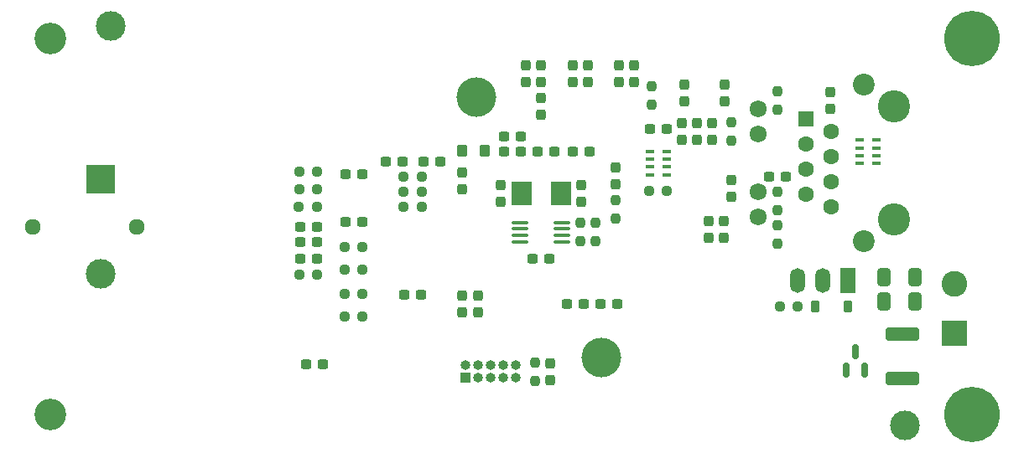
<source format=gbr>
G04 #@! TF.GenerationSoftware,KiCad,Pcbnew,8.0.2*
G04 #@! TF.CreationDate,2024-07-12T07:55:03+02:00*
G04 #@! TF.ProjectId,ETH1HMSR-SMS,45544831-484d-4535-922d-534d532e6b69,rev?*
G04 #@! TF.SameCoordinates,Original*
G04 #@! TF.FileFunction,Soldermask,Bot*
G04 #@! TF.FilePolarity,Negative*
%FSLAX46Y46*%
G04 Gerber Fmt 4.6, Leading zero omitted, Abs format (unit mm)*
G04 Created by KiCad (PCBNEW 8.0.2) date 2024-07-12 07:55:03*
%MOMM*%
%LPD*%
G01*
G04 APERTURE LIST*
G04 Aperture macros list*
%AMRoundRect*
0 Rectangle with rounded corners*
0 $1 Rounding radius*
0 $2 $3 $4 $5 $6 $7 $8 $9 X,Y pos of 4 corners*
0 Add a 4 corners polygon primitive as box body*
4,1,4,$2,$3,$4,$5,$6,$7,$8,$9,$2,$3,0*
0 Add four circle primitives for the rounded corners*
1,1,$1+$1,$2,$3*
1,1,$1+$1,$4,$5*
1,1,$1+$1,$6,$7*
1,1,$1+$1,$8,$9*
0 Add four rect primitives between the rounded corners*
20,1,$1+$1,$2,$3,$4,$5,0*
20,1,$1+$1,$4,$5,$6,$7,0*
20,1,$1+$1,$6,$7,$8,$9,0*
20,1,$1+$1,$8,$9,$2,$3,0*%
%AMFreePoly0*
4,1,29,0.178017,0.779942,0.347107,0.720775,0.498792,0.625465,0.625465,0.498792,0.720775,0.347107,0.779942,0.178017,0.800000,0.000000,0.779942,-0.178017,0.720775,-0.347107,0.625465,-0.498792,0.498792,-0.625465,0.347107,-0.720775,0.178017,-0.779942,0.000000,-0.800000,-0.178017,-0.779942,-0.347107,-0.720775,-0.498792,-0.625465,-0.625465,-0.498792,-0.720775,-0.347107,-0.779942,-0.178017,
-0.800000,0.000000,-0.779942,0.178017,-0.720775,0.347107,-0.625465,0.498792,-0.498792,0.625465,-0.347107,0.720775,-0.178017,0.779942,0.000000,0.800000,0.178017,0.779942,0.178017,0.779942,$1*%
G04 Aperture macros list end*
%ADD10R,2.600000X2.600000*%
%ADD11C,2.600000*%
%ADD12C,3.250000*%
%ADD13RoundRect,0.248000X0.552000X-0.552000X0.552000X0.552000X-0.552000X0.552000X-0.552000X-0.552000X0*%
%ADD14C,1.600000*%
%ADD15C,1.720000*%
%ADD16C,2.200000*%
%ADD17C,5.600000*%
%ADD18FreePoly0,270.000000*%
%ADD19R,3.000000X3.000000*%
%ADD20C,3.000000*%
%ADD21R,1.000000X1.000000*%
%ADD22O,1.000000X1.000000*%
%ADD23C,3.200000*%
%ADD24C,4.000000*%
%ADD25R,1.500000X2.500000*%
%ADD26O,1.500000X2.500000*%
%ADD27RoundRect,0.237500X-0.250000X-0.237500X0.250000X-0.237500X0.250000X0.237500X-0.250000X0.237500X0*%
%ADD28RoundRect,0.237500X0.300000X0.237500X-0.300000X0.237500X-0.300000X-0.237500X0.300000X-0.237500X0*%
%ADD29RoundRect,0.237500X0.237500X-0.300000X0.237500X0.300000X-0.237500X0.300000X-0.237500X-0.300000X0*%
%ADD30RoundRect,0.250000X-0.412500X-0.650000X0.412500X-0.650000X0.412500X0.650000X-0.412500X0.650000X0*%
%ADD31RoundRect,0.237500X0.237500X-0.250000X0.237500X0.250000X-0.237500X0.250000X-0.237500X-0.250000X0*%
%ADD32RoundRect,0.237500X-0.300000X-0.237500X0.300000X-0.237500X0.300000X0.237500X-0.300000X0.237500X0*%
%ADD33RoundRect,0.237500X-0.237500X0.250000X-0.237500X-0.250000X0.237500X-0.250000X0.237500X0.250000X0*%
%ADD34RoundRect,0.237500X0.250000X0.237500X-0.250000X0.237500X-0.250000X-0.237500X0.250000X-0.237500X0*%
%ADD35R,0.900000X0.400000*%
%ADD36RoundRect,0.237500X-0.237500X0.300000X-0.237500X-0.300000X0.237500X-0.300000X0.237500X0.300000X0*%
%ADD37R,2.000000X2.400000*%
%ADD38RoundRect,0.225000X-0.225000X-0.375000X0.225000X-0.375000X0.225000X0.375000X-0.225000X0.375000X0*%
%ADD39RoundRect,0.150000X0.150000X-0.587500X0.150000X0.587500X-0.150000X0.587500X-0.150000X-0.587500X0*%
%ADD40RoundRect,0.100000X-0.712500X-0.100000X0.712500X-0.100000X0.712500X0.100000X-0.712500X0.100000X0*%
%ADD41RoundRect,0.250000X0.275000X0.350000X-0.275000X0.350000X-0.275000X-0.350000X0.275000X-0.350000X0*%
%ADD42RoundRect,0.250000X-1.450000X0.400000X-1.450000X-0.400000X1.450000X-0.400000X1.450000X0.400000X0*%
G04 APERTURE END LIST*
D10*
G04 #@! TO.C,J201*
X194800000Y-93300000D03*
D11*
X194800000Y-88300000D03*
G04 #@! TD*
D12*
G04 #@! TO.C,J301*
X188690000Y-70330000D03*
X188690000Y-81760000D03*
D13*
X179800000Y-71600000D03*
D14*
X182340000Y-72870000D03*
X179800000Y-74140000D03*
X182340000Y-75410000D03*
X179800000Y-76680000D03*
X182340000Y-77950000D03*
X179800000Y-79220000D03*
X182340000Y-80490000D03*
D15*
X174970000Y-70580000D03*
X174970000Y-73120000D03*
X174970000Y-78970000D03*
X174970000Y-81510000D03*
D16*
X185640000Y-68145000D03*
X185640000Y-83945000D03*
G04 #@! TD*
D17*
G04 #@! TO.C,H103*
X196500000Y-63500000D03*
G04 #@! TD*
D18*
G04 #@! TO.C,J501*
X112170000Y-82500000D03*
X101670000Y-82500000D03*
D19*
X108570000Y-77740000D03*
D20*
X108570000Y-87260000D03*
G04 #@! TD*
D21*
G04 #@! TO.C,J401*
X145405000Y-97780000D03*
D22*
X145405000Y-96510000D03*
X146675000Y-97780000D03*
X146675000Y-96510000D03*
X147945000Y-97780000D03*
X147945000Y-96510000D03*
X149215000Y-97780000D03*
X149215000Y-96510000D03*
X150485000Y-97780000D03*
X150485000Y-96510000D03*
G04 #@! TD*
D23*
G04 #@! TO.C,H101*
X103500000Y-63500000D03*
G04 #@! TD*
D17*
G04 #@! TO.C,H104*
X196500000Y-101500000D03*
G04 #@! TD*
D23*
G04 #@! TO.C,H102*
X103500000Y-101500000D03*
G04 #@! TD*
D24*
G04 #@! TO.C,HS101*
X159101000Y-95710000D03*
X146461000Y-69390000D03*
G04 #@! TD*
D25*
G04 #@! TO.C,U201*
X184032500Y-87917500D03*
D26*
X181492500Y-87917500D03*
X178952500Y-87917500D03*
G04 #@! TD*
D27*
G04 #@! TO.C,R508*
X133199500Y-89281000D03*
X135024500Y-89281000D03*
G04 #@! TD*
D28*
G04 #@! TO.C,C503*
X131037500Y-96393000D03*
X129312500Y-96393000D03*
G04 #@! TD*
D29*
G04 #@! TO.C,C412*
X151511000Y-67918500D03*
X151511000Y-66193500D03*
G04 #@! TD*
D30*
G04 #@! TO.C,C201*
X187667500Y-87630000D03*
X190792500Y-87630000D03*
G04 #@! TD*
D20*
G04 #@! TO.C,FID103*
X109601000Y-62230000D03*
G04 #@! TD*
D31*
G04 #@! TO.C,R407*
X158496000Y-83970500D03*
X158496000Y-82145500D03*
G04 #@! TD*
D28*
G04 #@! TO.C,C403*
X154405500Y-74930000D03*
X152680500Y-74930000D03*
G04 #@! TD*
D30*
G04 #@! TO.C,C202*
X187667500Y-90043000D03*
X190792500Y-90043000D03*
G04 #@! TD*
D32*
G04 #@! TO.C,C505*
X141123500Y-75946000D03*
X142848500Y-75946000D03*
G04 #@! TD*
D33*
G04 #@! TO.C,R303*
X176911000Y-82399500D03*
X176911000Y-84224500D03*
G04 #@! TD*
D29*
G04 #@! TO.C,C308*
X170307000Y-73760500D03*
X170307000Y-72035500D03*
G04 #@! TD*
D34*
G04 #@! TO.C,R505*
X130412500Y-80518000D03*
X128587500Y-80518000D03*
G04 #@! TD*
D32*
G04 #@! TO.C,C418*
X149251500Y-73406000D03*
X150976500Y-73406000D03*
G04 #@! TD*
D35*
G04 #@! TO.C,RN303*
X185205000Y-76130000D03*
X185205000Y-75330000D03*
X185205000Y-74530000D03*
X185205000Y-73730000D03*
X186905000Y-73730000D03*
X186905000Y-74530000D03*
X186905000Y-75330000D03*
X186905000Y-76130000D03*
G04 #@! TD*
D29*
G04 #@! TO.C,C410*
X153035000Y-67918500D03*
X153035000Y-66193500D03*
G04 #@! TD*
G04 #@! TO.C,C305*
X168783000Y-73760500D03*
X168783000Y-72035500D03*
G04 #@! TD*
D36*
G04 #@! TO.C,C401*
X160528000Y-76480500D03*
X160528000Y-78205500D03*
G04 #@! TD*
D28*
G04 #@! TO.C,C501*
X134974500Y-82042000D03*
X133249500Y-82042000D03*
G04 #@! TD*
D33*
G04 #@! TO.C,R305*
X176911000Y-78970500D03*
X176911000Y-80795500D03*
G04 #@! TD*
D37*
G04 #@! TO.C,Y401*
X155035000Y-79121000D03*
X151035000Y-79121000D03*
G04 #@! TD*
D31*
G04 #@! TO.C,R406*
X156972000Y-83970500D03*
X156972000Y-82145500D03*
G04 #@! TD*
D27*
G04 #@! TO.C,R502*
X128627500Y-87376000D03*
X130452500Y-87376000D03*
G04 #@! TD*
G04 #@! TO.C,R513*
X139168500Y-78994000D03*
X140993500Y-78994000D03*
G04 #@! TD*
D38*
G04 #@! TO.C,D202*
X180712000Y-90551000D03*
X184012000Y-90551000D03*
G04 #@! TD*
D32*
G04 #@! TO.C,C510*
X128677500Y-84074000D03*
X130402500Y-84074000D03*
G04 #@! TD*
D39*
G04 #@! TO.C,D201*
X185735000Y-97014500D03*
X183835000Y-97014500D03*
X184785000Y-95139500D03*
G04 #@! TD*
D27*
G04 #@! TO.C,R507*
X133199500Y-84582000D03*
X135024500Y-84582000D03*
G04 #@! TD*
D32*
G04 #@! TO.C,C508*
X139218500Y-89408000D03*
X140943500Y-89408000D03*
G04 #@! TD*
D36*
G04 #@! TO.C,C416*
X157099000Y-78258500D03*
X157099000Y-79983500D03*
G04 #@! TD*
G04 #@! TO.C,C409*
X145034000Y-89434500D03*
X145034000Y-91159500D03*
G04 #@! TD*
D32*
G04 #@! TO.C,C421*
X149251500Y-74930000D03*
X150976500Y-74930000D03*
G04 #@! TD*
D36*
G04 #@! TO.C,C407*
X145034000Y-76988500D03*
X145034000Y-78713500D03*
G04 #@! TD*
G04 #@! TO.C,C307*
X169926000Y-81941500D03*
X169926000Y-83666500D03*
G04 #@! TD*
G04 #@! TO.C,C419*
X146685000Y-89434500D03*
X146685000Y-91159500D03*
G04 #@! TD*
D29*
G04 #@! TO.C,C405*
X157734000Y-67918500D03*
X157734000Y-66193500D03*
G04 #@! TD*
G04 #@! TO.C,C304*
X171577000Y-69823500D03*
X171577000Y-68098500D03*
G04 #@! TD*
D34*
G04 #@! TO.C,R202*
X178966500Y-90551000D03*
X177141500Y-90551000D03*
G04 #@! TD*
D33*
G04 #@! TO.C,R401*
X164211000Y-68302500D03*
X164211000Y-70127500D03*
G04 #@! TD*
D29*
G04 #@! TO.C,C408*
X156210000Y-67918500D03*
X156210000Y-66193500D03*
G04 #@! TD*
D33*
G04 #@! TO.C,R405*
X160528000Y-79859500D03*
X160528000Y-81684500D03*
G04 #@! TD*
D40*
G04 #@! TO.C,U404*
X150922500Y-84033000D03*
X150922500Y-83383000D03*
X150922500Y-82733000D03*
X150922500Y-82083000D03*
X155147500Y-82083000D03*
X155147500Y-82733000D03*
X155147500Y-83383000D03*
X155147500Y-84033000D03*
G04 #@! TD*
D27*
G04 #@! TO.C,R512*
X139168500Y-80518000D03*
X140993500Y-80518000D03*
G04 #@! TD*
D20*
G04 #@! TO.C,FID104*
X189738000Y-102616000D03*
G04 #@! TD*
D32*
G04 #@! TO.C,C511*
X128677500Y-85725000D03*
X130402500Y-85725000D03*
G04 #@! TD*
D28*
G04 #@! TO.C,C502*
X134974500Y-77216000D03*
X133249500Y-77216000D03*
G04 #@! TD*
D36*
G04 #@! TO.C,C406*
X153035000Y-69495500D03*
X153035000Y-71220500D03*
G04 #@! TD*
D28*
G04 #@! TO.C,C312*
X177773500Y-77470000D03*
X176048500Y-77470000D03*
G04 #@! TD*
D32*
G04 #@! TO.C,C411*
X159030500Y-90297000D03*
X160755500Y-90297000D03*
G04 #@! TD*
D28*
G04 #@! TO.C,C507*
X139038500Y-75946000D03*
X137313500Y-75946000D03*
G04 #@! TD*
G04 #@! TO.C,C420*
X157326500Y-90297000D03*
X155601500Y-90297000D03*
G04 #@! TD*
D29*
G04 #@! TO.C,C311*
X182245000Y-70585500D03*
X182245000Y-68860500D03*
G04 #@! TD*
D36*
G04 #@! TO.C,C309*
X172212000Y-77750500D03*
X172212000Y-79475500D03*
G04 #@! TD*
G04 #@! TO.C,C415*
X153924000Y-96292500D03*
X153924000Y-98017500D03*
G04 #@! TD*
D28*
G04 #@! TO.C,C306*
X165708500Y-72644000D03*
X163983500Y-72644000D03*
G04 #@! TD*
D32*
G04 #@! TO.C,C414*
X156236500Y-74930000D03*
X157961500Y-74930000D03*
G04 #@! TD*
D41*
G04 #@! TO.C,FB401*
X147327000Y-74803000D03*
X145027000Y-74803000D03*
G04 #@! TD*
D34*
G04 #@! TO.C,R514*
X140993500Y-77470000D03*
X139168500Y-77470000D03*
G04 #@! TD*
D29*
G04 #@! TO.C,C402*
X162433000Y-67918500D03*
X162433000Y-66193500D03*
G04 #@! TD*
G04 #@! TO.C,C301*
X167513000Y-69823500D03*
X167513000Y-68098500D03*
G04 #@! TD*
D34*
G04 #@! TO.C,R503*
X130452500Y-78740000D03*
X128627500Y-78740000D03*
G04 #@! TD*
D36*
G04 #@! TO.C,C417*
X148971000Y-78258500D03*
X148971000Y-79983500D03*
G04 #@! TD*
D33*
G04 #@! TO.C,R304*
X172212000Y-71985500D03*
X172212000Y-73810500D03*
G04 #@! TD*
D35*
G04 #@! TO.C,RN302*
X165696000Y-74873000D03*
X165696000Y-75673000D03*
X165696000Y-76473000D03*
X165696000Y-77273000D03*
X163996000Y-77273000D03*
X163996000Y-76473000D03*
X163996000Y-75673000D03*
X163996000Y-74873000D03*
G04 #@! TD*
D29*
G04 #@! TO.C,C404*
X160909000Y-67918500D03*
X160909000Y-66193500D03*
G04 #@! TD*
D27*
G04 #@! TO.C,R504*
X128627500Y-76962000D03*
X130452500Y-76962000D03*
G04 #@! TD*
D34*
G04 #@! TO.C,R510*
X135024500Y-91567000D03*
X133199500Y-91567000D03*
G04 #@! TD*
D31*
G04 #@! TO.C,R306*
X176911000Y-70635500D03*
X176911000Y-68810500D03*
G04 #@! TD*
D27*
G04 #@! TO.C,R301*
X163933500Y-78867000D03*
X165758500Y-78867000D03*
G04 #@! TD*
D32*
G04 #@! TO.C,C509*
X128677500Y-82550000D03*
X130402500Y-82550000D03*
G04 #@! TD*
D31*
G04 #@! TO.C,R404*
X152400000Y-98067500D03*
X152400000Y-96242500D03*
G04 #@! TD*
D36*
G04 #@! TO.C,C310*
X171450000Y-81941500D03*
X171450000Y-83666500D03*
G04 #@! TD*
D32*
G04 #@! TO.C,C422*
X152172500Y-85725000D03*
X153897500Y-85725000D03*
G04 #@! TD*
D34*
G04 #@! TO.C,R509*
X135024500Y-86868000D03*
X133199500Y-86868000D03*
G04 #@! TD*
D29*
G04 #@! TO.C,C302*
X167259000Y-73760500D03*
X167259000Y-72035500D03*
G04 #@! TD*
D42*
G04 #@! TO.C,F201*
X189484000Y-93406000D03*
X189484000Y-97856000D03*
G04 #@! TD*
M02*

</source>
